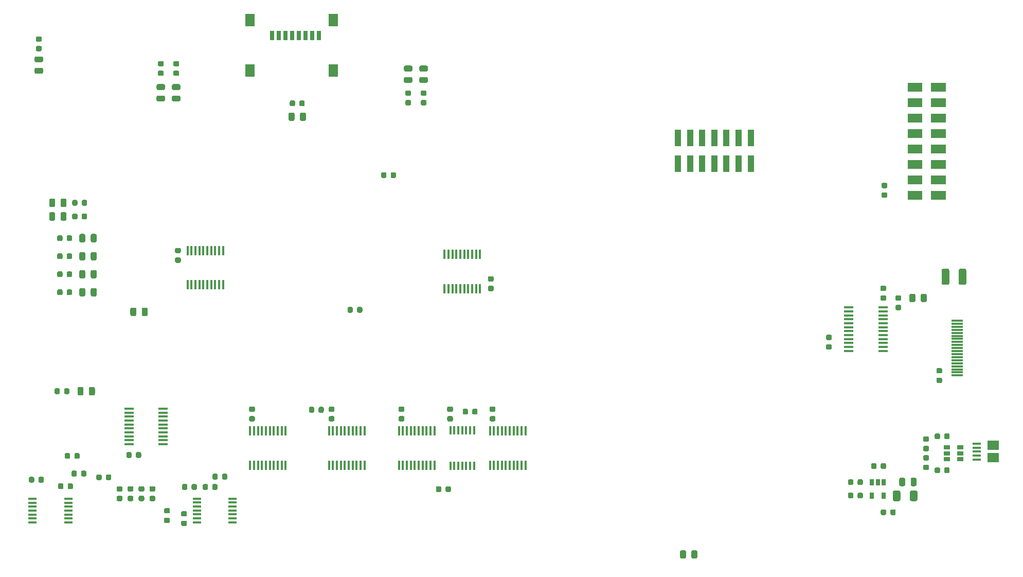
<source format=gbr>
G04 #@! TF.GenerationSoftware,KiCad,Pcbnew,5.1.9+dfsg1-1~bpo10+1*
G04 #@! TF.CreationDate,2022-11-12T11:37:05+01:00*
G04 #@! TF.ProjectId,nubus-to-ztex,6e756275-732d-4746-9f2d-7a7465782e6b,rev?*
G04 #@! TF.SameCoordinates,Original*
G04 #@! TF.FileFunction,Paste,Top*
G04 #@! TF.FilePolarity,Positive*
%FSLAX46Y46*%
G04 Gerber Fmt 4.6, Leading zero omitted, Abs format (unit mm)*
G04 Created by KiCad (PCBNEW 5.1.9+dfsg1-1~bpo10+1) date 2022-11-12 11:37:05*
%MOMM*%
%LPD*%
G01*
G04 APERTURE LIST*
%ADD10C,0.010000*%
%ADD11R,2.240000X1.420010*%
%ADD12R,2.340000X1.420010*%
%ADD13R,1.000000X2.750000*%
%ADD14R,1.550000X0.450000*%
%ADD15R,0.450000X1.550000*%
%ADD16R,0.800000X1.500000*%
%ADD17R,1.500000X2.050000*%
%ADD18R,0.450000X1.450000*%
%ADD19R,1.450000X0.450000*%
%ADD20R,1.570000X0.410000*%
%ADD21R,1.900000X1.500000*%
%ADD22R,1.350000X0.400000*%
%ADD23R,0.650000X1.060000*%
%ADD24R,1.060000X0.650000*%
%ADD25R,1.900000X0.300000*%
G04 APERTURE END LIST*
D10*
G36*
X264031000Y-18399990D02*
G01*
X264031000Y-19820010D01*
X261691000Y-19820010D01*
X261691000Y-18399990D01*
X264031000Y-18399990D01*
G37*
X264031000Y-18399990D02*
X264031000Y-19820010D01*
X261691000Y-19820010D01*
X261691000Y-18399990D01*
X264031000Y-18399990D01*
G36*
X260120000Y-18399990D02*
G01*
X260120000Y-19820010D01*
X257880000Y-19820010D01*
X257880000Y-18399990D01*
X260120000Y-18399990D01*
G37*
X260120000Y-18399990D02*
X260120000Y-19820010D01*
X257880000Y-19820010D01*
X257880000Y-18399990D01*
X260120000Y-18399990D01*
G36*
X264031000Y-20939990D02*
G01*
X264031000Y-22360010D01*
X261691000Y-22360010D01*
X261691000Y-20939990D01*
X264031000Y-20939990D01*
G37*
X264031000Y-20939990D02*
X264031000Y-22360010D01*
X261691000Y-22360010D01*
X261691000Y-20939990D01*
X264031000Y-20939990D01*
G36*
X260120000Y-20939990D02*
G01*
X260120000Y-22360010D01*
X257880000Y-22360010D01*
X257880000Y-20939990D01*
X260120000Y-20939990D01*
G37*
X260120000Y-20939990D02*
X260120000Y-22360010D01*
X257880000Y-22360010D01*
X257880000Y-20939990D01*
X260120000Y-20939990D01*
G36*
X264031000Y-23479990D02*
G01*
X264031000Y-24900010D01*
X261691000Y-24900010D01*
X261691000Y-23479990D01*
X264031000Y-23479990D01*
G37*
X264031000Y-23479990D02*
X264031000Y-24900010D01*
X261691000Y-24900010D01*
X261691000Y-23479990D01*
X264031000Y-23479990D01*
G36*
X260120000Y-23479990D02*
G01*
X260120000Y-24900010D01*
X257880000Y-24900010D01*
X257880000Y-23479990D01*
X260120000Y-23479990D01*
G37*
X260120000Y-23479990D02*
X260120000Y-24900010D01*
X257880000Y-24900010D01*
X257880000Y-23479990D01*
X260120000Y-23479990D01*
G36*
X264031000Y-26019990D02*
G01*
X264031000Y-27440006D01*
X261691000Y-27440006D01*
X261691000Y-26019990D01*
X264031000Y-26019990D01*
G37*
X264031000Y-26019990D02*
X264031000Y-27440006D01*
X261691000Y-27440006D01*
X261691000Y-26019990D01*
X264031000Y-26019990D01*
G36*
X260120000Y-26019990D02*
G01*
X260120000Y-27440006D01*
X257880000Y-27440006D01*
X257880000Y-26019990D01*
X260120000Y-26019990D01*
G37*
X260120000Y-26019990D02*
X260120000Y-27440006D01*
X257880000Y-27440006D01*
X257880000Y-26019990D01*
X260120000Y-26019990D01*
G36*
X264031000Y-28559994D02*
G01*
X264031000Y-29980010D01*
X261691000Y-29980010D01*
X261691000Y-28559994D01*
X264031000Y-28559994D01*
G37*
X264031000Y-28559994D02*
X264031000Y-29980010D01*
X261691000Y-29980010D01*
X261691000Y-28559994D01*
X264031000Y-28559994D01*
G36*
X260120000Y-28559994D02*
G01*
X260120000Y-29980010D01*
X257880000Y-29980010D01*
X257880000Y-28559994D01*
X260120000Y-28559994D01*
G37*
X260120000Y-28559994D02*
X260120000Y-29980010D01*
X257880000Y-29980010D01*
X257880000Y-28559994D01*
X260120000Y-28559994D01*
G36*
X264031000Y-31099990D02*
G01*
X264031000Y-32520010D01*
X261691000Y-32520010D01*
X261691000Y-31099990D01*
X264031000Y-31099990D01*
G37*
X264031000Y-31099990D02*
X264031000Y-32520010D01*
X261691000Y-32520010D01*
X261691000Y-31099990D01*
X264031000Y-31099990D01*
G36*
X260120000Y-31099990D02*
G01*
X260120000Y-32520010D01*
X257880000Y-32520010D01*
X257880000Y-31099990D01*
X260120000Y-31099990D01*
G37*
X260120000Y-31099990D02*
X260120000Y-32520010D01*
X257880000Y-32520010D01*
X257880000Y-31099990D01*
X260120000Y-31099990D01*
G36*
X264031000Y-33639990D02*
G01*
X264031000Y-35060010D01*
X261691000Y-35060010D01*
X261691000Y-33639990D01*
X264031000Y-33639990D01*
G37*
X264031000Y-33639990D02*
X264031000Y-35060010D01*
X261691000Y-35060010D01*
X261691000Y-33639990D01*
X264031000Y-33639990D01*
G36*
X260120000Y-33639990D02*
G01*
X260120000Y-35060010D01*
X257880000Y-35060010D01*
X257880000Y-33639990D01*
X260120000Y-33639990D01*
G37*
X260120000Y-33639990D02*
X260120000Y-35060010D01*
X257880000Y-35060010D01*
X257880000Y-33639990D01*
X260120000Y-33639990D01*
G36*
X264031000Y-36179990D02*
G01*
X264031000Y-37600010D01*
X261691000Y-37600010D01*
X261691000Y-36179990D01*
X264031000Y-36179990D01*
G37*
X264031000Y-36179990D02*
X264031000Y-37600010D01*
X261691000Y-37600010D01*
X261691000Y-36179990D01*
X264031000Y-36179990D01*
G36*
X260120000Y-36179990D02*
G01*
X260120000Y-37600010D01*
X257880000Y-37600010D01*
X257880000Y-36179990D01*
X260120000Y-36179990D01*
G37*
X260120000Y-36179990D02*
X260120000Y-37600010D01*
X257880000Y-37600010D01*
X257880000Y-36179990D01*
X260120000Y-36179990D01*
D11*
X259000000Y-36890000D03*
D12*
X262861000Y-36890000D03*
D11*
X259000000Y-34350000D03*
D12*
X262861000Y-34350000D03*
D11*
X259000000Y-31810000D03*
D12*
X262861000Y-31810000D03*
D11*
X259000000Y-29270000D03*
D12*
X262861000Y-29270000D03*
D11*
X259000000Y-26730000D03*
D12*
X262861000Y-26730000D03*
D11*
X259000000Y-24190000D03*
D12*
X262861000Y-24190000D03*
D11*
X259000000Y-21650000D03*
D12*
X262861000Y-21650000D03*
D11*
X259000000Y-19110000D03*
D12*
X262861000Y-19110000D03*
D13*
X220000000Y-31720000D03*
X220000000Y-27460000D03*
X222000000Y-31720000D03*
X222000000Y-27460000D03*
X224000000Y-31720000D03*
X224000000Y-27460000D03*
X226000000Y-31720000D03*
X226000000Y-27460000D03*
X228000000Y-31720000D03*
X228000000Y-27460000D03*
X230000000Y-31720000D03*
X230000000Y-27460000D03*
X232000000Y-31720000D03*
X232000000Y-27460000D03*
G36*
G01*
X129215000Y-79896250D02*
X129215000Y-79383750D01*
G75*
G02*
X129433750Y-79165000I218750J0D01*
G01*
X129871250Y-79165000D01*
G75*
G02*
X130090000Y-79383750I0J-218750D01*
G01*
X130090000Y-79896250D01*
G75*
G02*
X129871250Y-80115000I-218750J0D01*
G01*
X129433750Y-80115000D01*
G75*
G02*
X129215000Y-79896250I0J218750D01*
G01*
G37*
G36*
G01*
X130790000Y-79896250D02*
X130790000Y-79383750D01*
G75*
G02*
X131008750Y-79165000I218750J0D01*
G01*
X131446250Y-79165000D01*
G75*
G02*
X131665000Y-79383750I0J-218750D01*
G01*
X131665000Y-79896250D01*
G75*
G02*
X131446250Y-80115000I-218750J0D01*
G01*
X131008750Y-80115000D01*
G75*
G02*
X130790000Y-79896250I0J218750D01*
G01*
G37*
D14*
X135250000Y-77865000D03*
X135250000Y-77215000D03*
X135250000Y-76565000D03*
X135250000Y-75915000D03*
X135250000Y-75265000D03*
X135250000Y-74615000D03*
X135250000Y-73965000D03*
X135250000Y-73315000D03*
X135250000Y-72665000D03*
X135250000Y-72015000D03*
X129650000Y-72015000D03*
X129650000Y-72665000D03*
X129650000Y-73315000D03*
X129650000Y-73965000D03*
X129650000Y-74615000D03*
X129650000Y-75265000D03*
X129650000Y-75915000D03*
X129650000Y-76565000D03*
X129650000Y-77215000D03*
X129650000Y-77865000D03*
G36*
G01*
X189467621Y-52687953D02*
X188955121Y-52687953D01*
G75*
G02*
X188736371Y-52469203I0J218750D01*
G01*
X188736371Y-52031703D01*
G75*
G02*
X188955121Y-51812953I218750J0D01*
G01*
X189467621Y-51812953D01*
G75*
G02*
X189686371Y-52031703I0J-218750D01*
G01*
X189686371Y-52469203D01*
G75*
G02*
X189467621Y-52687953I-218750J0D01*
G01*
G37*
G36*
G01*
X189467621Y-51112953D02*
X188955121Y-51112953D01*
G75*
G02*
X188736371Y-50894203I0J218750D01*
G01*
X188736371Y-50456703D01*
G75*
G02*
X188955121Y-50237953I218750J0D01*
G01*
X189467621Y-50237953D01*
G75*
G02*
X189686371Y-50456703I0J-218750D01*
G01*
X189686371Y-50894203D01*
G75*
G02*
X189467621Y-51112953I-218750J0D01*
G01*
G37*
D15*
X187436371Y-46662953D03*
X186786371Y-46662953D03*
X186136371Y-46662953D03*
X185486371Y-46662953D03*
X184836371Y-46662953D03*
X184186371Y-46662953D03*
X183536371Y-46662953D03*
X182886371Y-46662953D03*
X182236371Y-46662953D03*
X181586371Y-46662953D03*
X181586371Y-52262953D03*
X182236371Y-52262953D03*
X182886371Y-52262953D03*
X183536371Y-52262953D03*
X184186371Y-52262953D03*
X184836371Y-52262953D03*
X185486371Y-52262953D03*
X186136371Y-52262953D03*
X186786371Y-52262953D03*
X187436371Y-52262953D03*
G36*
G01*
X254256250Y-37327500D02*
X253743750Y-37327500D01*
G75*
G02*
X253525000Y-37108750I0J218750D01*
G01*
X253525000Y-36671250D01*
G75*
G02*
X253743750Y-36452500I218750J0D01*
G01*
X254256250Y-36452500D01*
G75*
G02*
X254475000Y-36671250I0J-218750D01*
G01*
X254475000Y-37108750D01*
G75*
G02*
X254256250Y-37327500I-218750J0D01*
G01*
G37*
G36*
G01*
X254256250Y-35752500D02*
X253743750Y-35752500D01*
G75*
G02*
X253525000Y-35533750I0J218750D01*
G01*
X253525000Y-35096250D01*
G75*
G02*
X253743750Y-34877500I218750J0D01*
G01*
X254256250Y-34877500D01*
G75*
G02*
X254475000Y-35096250I0J-218750D01*
G01*
X254475000Y-35533750D01*
G75*
G02*
X254256250Y-35752500I-218750J0D01*
G01*
G37*
G36*
G01*
X137866250Y-21485293D02*
X136953750Y-21485293D01*
G75*
G02*
X136710000Y-21241543I0J243750D01*
G01*
X136710000Y-20754043D01*
G75*
G02*
X136953750Y-20510293I243750J0D01*
G01*
X137866250Y-20510293D01*
G75*
G02*
X138110000Y-20754043I0J-243750D01*
G01*
X138110000Y-21241543D01*
G75*
G02*
X137866250Y-21485293I-243750J0D01*
G01*
G37*
G36*
G01*
X137866250Y-19610293D02*
X136953750Y-19610293D01*
G75*
G02*
X136710000Y-19366543I0J243750D01*
G01*
X136710000Y-18879043D01*
G75*
G02*
X136953750Y-18635293I243750J0D01*
G01*
X137866250Y-18635293D01*
G75*
G02*
X138110000Y-18879043I0J-243750D01*
G01*
X138110000Y-19366543D01*
G75*
G02*
X137866250Y-19610293I-243750J0D01*
G01*
G37*
G36*
G01*
X135336250Y-19610293D02*
X134423750Y-19610293D01*
G75*
G02*
X134180000Y-19366543I0J243750D01*
G01*
X134180000Y-18879043D01*
G75*
G02*
X134423750Y-18635293I243750J0D01*
G01*
X135336250Y-18635293D01*
G75*
G02*
X135580000Y-18879043I0J-243750D01*
G01*
X135580000Y-19366543D01*
G75*
G02*
X135336250Y-19610293I-243750J0D01*
G01*
G37*
G36*
G01*
X135336250Y-21485293D02*
X134423750Y-21485293D01*
G75*
G02*
X134180000Y-21241543I0J243750D01*
G01*
X134180000Y-20754043D01*
G75*
G02*
X134423750Y-20510293I243750J0D01*
G01*
X135336250Y-20510293D01*
G75*
G02*
X135580000Y-20754043I0J-243750D01*
G01*
X135580000Y-21241543D01*
G75*
G02*
X135336250Y-21485293I-243750J0D01*
G01*
G37*
G36*
G01*
X124035000Y-68693750D02*
X124035000Y-69606250D01*
G75*
G02*
X123791250Y-69850000I-243750J0D01*
G01*
X123303750Y-69850000D01*
G75*
G02*
X123060000Y-69606250I0J243750D01*
G01*
X123060000Y-68693750D01*
G75*
G02*
X123303750Y-68450000I243750J0D01*
G01*
X123791250Y-68450000D01*
G75*
G02*
X124035000Y-68693750I0J-243750D01*
G01*
G37*
G36*
G01*
X122160000Y-68693750D02*
X122160000Y-69606250D01*
G75*
G02*
X121916250Y-69850000I-243750J0D01*
G01*
X121428750Y-69850000D01*
G75*
G02*
X121185000Y-69606250I0J243750D01*
G01*
X121185000Y-68693750D01*
G75*
G02*
X121428750Y-68450000I243750J0D01*
G01*
X121916250Y-68450000D01*
G75*
G02*
X122160000Y-68693750I0J-243750D01*
G01*
G37*
G36*
G01*
X177687939Y-17461035D02*
X178600439Y-17461035D01*
G75*
G02*
X178844189Y-17704785I0J-243750D01*
G01*
X178844189Y-18192285D01*
G75*
G02*
X178600439Y-18436035I-243750J0D01*
G01*
X177687939Y-18436035D01*
G75*
G02*
X177444189Y-18192285I0J243750D01*
G01*
X177444189Y-17704785D01*
G75*
G02*
X177687939Y-17461035I243750J0D01*
G01*
G37*
G36*
G01*
X177687939Y-15586035D02*
X178600439Y-15586035D01*
G75*
G02*
X178844189Y-15829785I0J-243750D01*
G01*
X178844189Y-16317285D01*
G75*
G02*
X178600439Y-16561035I-243750J0D01*
G01*
X177687939Y-16561035D01*
G75*
G02*
X177444189Y-16317285I0J243750D01*
G01*
X177444189Y-15829785D01*
G75*
G02*
X177687939Y-15586035I243750J0D01*
G01*
G37*
G36*
G01*
X175147939Y-15586035D02*
X176060439Y-15586035D01*
G75*
G02*
X176304189Y-15829785I0J-243750D01*
G01*
X176304189Y-16317285D01*
G75*
G02*
X176060439Y-16561035I-243750J0D01*
G01*
X175147939Y-16561035D01*
G75*
G02*
X174904189Y-16317285I0J243750D01*
G01*
X174904189Y-15829785D01*
G75*
G02*
X175147939Y-15586035I243750J0D01*
G01*
G37*
G36*
G01*
X175147939Y-17461035D02*
X176060439Y-17461035D01*
G75*
G02*
X176304189Y-17704785I0J-243750D01*
G01*
X176304189Y-18192285D01*
G75*
G02*
X176060439Y-18436035I-243750J0D01*
G01*
X175147939Y-18436035D01*
G75*
G02*
X174904189Y-18192285I0J243750D01*
G01*
X174904189Y-17704785D01*
G75*
G02*
X175147939Y-17461035I243750J0D01*
G01*
G37*
G36*
G01*
X134623750Y-14835293D02*
X135136250Y-14835293D01*
G75*
G02*
X135355000Y-15054043I0J-218750D01*
G01*
X135355000Y-15491543D01*
G75*
G02*
X135136250Y-15710293I-218750J0D01*
G01*
X134623750Y-15710293D01*
G75*
G02*
X134405000Y-15491543I0J218750D01*
G01*
X134405000Y-15054043D01*
G75*
G02*
X134623750Y-14835293I218750J0D01*
G01*
G37*
G36*
G01*
X134623750Y-16410293D02*
X135136250Y-16410293D01*
G75*
G02*
X135355000Y-16629043I0J-218750D01*
G01*
X135355000Y-17066543D01*
G75*
G02*
X135136250Y-17285293I-218750J0D01*
G01*
X134623750Y-17285293D01*
G75*
G02*
X134405000Y-17066543I0J218750D01*
G01*
X134405000Y-16629043D01*
G75*
G02*
X134623750Y-16410293I218750J0D01*
G01*
G37*
G36*
G01*
X137163750Y-16410293D02*
X137676250Y-16410293D01*
G75*
G02*
X137895000Y-16629043I0J-218750D01*
G01*
X137895000Y-17066543D01*
G75*
G02*
X137676250Y-17285293I-218750J0D01*
G01*
X137163750Y-17285293D01*
G75*
G02*
X136945000Y-17066543I0J218750D01*
G01*
X136945000Y-16629043D01*
G75*
G02*
X137163750Y-16410293I218750J0D01*
G01*
G37*
G36*
G01*
X137163750Y-14835293D02*
X137676250Y-14835293D01*
G75*
G02*
X137895000Y-15054043I0J-218750D01*
G01*
X137895000Y-15491543D01*
G75*
G02*
X137676250Y-15710293I-218750J0D01*
G01*
X137163750Y-15710293D01*
G75*
G02*
X136945000Y-15491543I0J218750D01*
G01*
X136945000Y-15054043D01*
G75*
G02*
X137163750Y-14835293I218750J0D01*
G01*
G37*
G36*
G01*
X117385000Y-69406250D02*
X117385000Y-68893750D01*
G75*
G02*
X117603750Y-68675000I218750J0D01*
G01*
X118041250Y-68675000D01*
G75*
G02*
X118260000Y-68893750I0J-218750D01*
G01*
X118260000Y-69406250D01*
G75*
G02*
X118041250Y-69625000I-218750J0D01*
G01*
X117603750Y-69625000D01*
G75*
G02*
X117385000Y-69406250I0J218750D01*
G01*
G37*
G36*
G01*
X118960000Y-69406250D02*
X118960000Y-68893750D01*
G75*
G02*
X119178750Y-68675000I218750J0D01*
G01*
X119616250Y-68675000D01*
G75*
G02*
X119835000Y-68893750I0J-218750D01*
G01*
X119835000Y-69406250D01*
G75*
G02*
X119616250Y-69625000I-218750J0D01*
G01*
X119178750Y-69625000D01*
G75*
G02*
X118960000Y-69406250I0J218750D01*
G01*
G37*
G36*
G01*
X178400439Y-20541035D02*
X177887939Y-20541035D01*
G75*
G02*
X177669189Y-20322285I0J218750D01*
G01*
X177669189Y-19884785D01*
G75*
G02*
X177887939Y-19666035I218750J0D01*
G01*
X178400439Y-19666035D01*
G75*
G02*
X178619189Y-19884785I0J-218750D01*
G01*
X178619189Y-20322285D01*
G75*
G02*
X178400439Y-20541035I-218750J0D01*
G01*
G37*
G36*
G01*
X178400439Y-22116035D02*
X177887939Y-22116035D01*
G75*
G02*
X177669189Y-21897285I0J218750D01*
G01*
X177669189Y-21459785D01*
G75*
G02*
X177887939Y-21241035I218750J0D01*
G01*
X178400439Y-21241035D01*
G75*
G02*
X178619189Y-21459785I0J-218750D01*
G01*
X178619189Y-21897285D01*
G75*
G02*
X178400439Y-22116035I-218750J0D01*
G01*
G37*
G36*
G01*
X175860439Y-22116035D02*
X175347939Y-22116035D01*
G75*
G02*
X175129189Y-21897285I0J218750D01*
G01*
X175129189Y-21459785D01*
G75*
G02*
X175347939Y-21241035I218750J0D01*
G01*
X175860439Y-21241035D01*
G75*
G02*
X176079189Y-21459785I0J-218750D01*
G01*
X176079189Y-21897285D01*
G75*
G02*
X175860439Y-22116035I-218750J0D01*
G01*
G37*
G36*
G01*
X175860439Y-20541035D02*
X175347939Y-20541035D01*
G75*
G02*
X175129189Y-20322285I0J218750D01*
G01*
X175129189Y-19884785D01*
G75*
G02*
X175347939Y-19666035I218750J0D01*
G01*
X175860439Y-19666035D01*
G75*
G02*
X176079189Y-19884785I0J-218750D01*
G01*
X176079189Y-20322285D01*
G75*
G02*
X175860439Y-20541035I-218750J0D01*
G01*
G37*
X139275000Y-51600000D03*
X139925000Y-51600000D03*
X140575000Y-51600000D03*
X141225000Y-51600000D03*
X141875000Y-51600000D03*
X142525000Y-51600000D03*
X143175000Y-51600000D03*
X143825000Y-51600000D03*
X144475000Y-51600000D03*
X145125000Y-51600000D03*
X145125000Y-46000000D03*
X144475000Y-46000000D03*
X143825000Y-46000000D03*
X143175000Y-46000000D03*
X142525000Y-46000000D03*
X141875000Y-46000000D03*
X141225000Y-46000000D03*
X140575000Y-46000000D03*
X139925000Y-46000000D03*
X139275000Y-46000000D03*
G36*
G01*
X156115000Y-22056250D02*
X156115000Y-21543750D01*
G75*
G02*
X156333750Y-21325000I218750J0D01*
G01*
X156771250Y-21325000D01*
G75*
G02*
X156990000Y-21543750I0J-218750D01*
G01*
X156990000Y-22056250D01*
G75*
G02*
X156771250Y-22275000I-218750J0D01*
G01*
X156333750Y-22275000D01*
G75*
G02*
X156115000Y-22056250I0J218750D01*
G01*
G37*
G36*
G01*
X157690000Y-22056250D02*
X157690000Y-21543750D01*
G75*
G02*
X157908750Y-21325000I218750J0D01*
G01*
X158346250Y-21325000D01*
G75*
G02*
X158565000Y-21543750I0J-218750D01*
G01*
X158565000Y-22056250D01*
G75*
G02*
X158346250Y-22275000I-218750J0D01*
G01*
X157908750Y-22275000D01*
G75*
G02*
X157690000Y-22056250I0J218750D01*
G01*
G37*
G36*
G01*
X155915000Y-24456250D02*
X155915000Y-23543750D01*
G75*
G02*
X156158750Y-23300000I243750J0D01*
G01*
X156646250Y-23300000D01*
G75*
G02*
X156890000Y-23543750I0J-243750D01*
G01*
X156890000Y-24456250D01*
G75*
G02*
X156646250Y-24700000I-243750J0D01*
G01*
X156158750Y-24700000D01*
G75*
G02*
X155915000Y-24456250I0J243750D01*
G01*
G37*
G36*
G01*
X157790000Y-24456250D02*
X157790000Y-23543750D01*
G75*
G02*
X158033750Y-23300000I243750J0D01*
G01*
X158521250Y-23300000D01*
G75*
G02*
X158765000Y-23543750I0J-243750D01*
G01*
X158765000Y-24456250D01*
G75*
G02*
X158521250Y-24700000I-243750J0D01*
G01*
X158033750Y-24700000D01*
G75*
G02*
X157790000Y-24456250I0J243750D01*
G01*
G37*
D16*
X153230000Y-10680000D03*
X154330000Y-10680000D03*
X155430000Y-10680000D03*
X156530000Y-10680000D03*
X157630000Y-10680000D03*
X158730000Y-10680000D03*
X159830000Y-10680000D03*
X160930000Y-10680000D03*
D17*
X149555000Y-8080000D03*
X149555000Y-16380000D03*
X163305000Y-16380000D03*
X163305000Y-8080000D03*
G36*
G01*
X137443750Y-45575000D02*
X137956250Y-45575000D01*
G75*
G02*
X138175000Y-45793750I0J-218750D01*
G01*
X138175000Y-46231250D01*
G75*
G02*
X137956250Y-46450000I-218750J0D01*
G01*
X137443750Y-46450000D01*
G75*
G02*
X137225000Y-46231250I0J218750D01*
G01*
X137225000Y-45793750D01*
G75*
G02*
X137443750Y-45575000I218750J0D01*
G01*
G37*
G36*
G01*
X137443750Y-47150000D02*
X137956250Y-47150000D01*
G75*
G02*
X138175000Y-47368750I0J-218750D01*
G01*
X138175000Y-47806250D01*
G75*
G02*
X137956250Y-48025000I-218750J0D01*
G01*
X137443750Y-48025000D01*
G75*
G02*
X137225000Y-47806250I0J218750D01*
G01*
X137225000Y-47368750D01*
G75*
G02*
X137443750Y-47150000I218750J0D01*
G01*
G37*
G36*
G01*
X114050000Y-83443750D02*
X114050000Y-83956250D01*
G75*
G02*
X113831250Y-84175000I-218750J0D01*
G01*
X113393750Y-84175000D01*
G75*
G02*
X113175000Y-83956250I0J218750D01*
G01*
X113175000Y-83443750D01*
G75*
G02*
X113393750Y-83225000I218750J0D01*
G01*
X113831250Y-83225000D01*
G75*
G02*
X114050000Y-83443750I0J-218750D01*
G01*
G37*
G36*
G01*
X115625000Y-83443750D02*
X115625000Y-83956250D01*
G75*
G02*
X115406250Y-84175000I-218750J0D01*
G01*
X114968750Y-84175000D01*
G75*
G02*
X114750000Y-83956250I0J218750D01*
G01*
X114750000Y-83443750D01*
G75*
G02*
X114968750Y-83225000I218750J0D01*
G01*
X115406250Y-83225000D01*
G75*
G02*
X115625000Y-83443750I0J-218750D01*
G01*
G37*
G36*
G01*
X119075000Y-80056250D02*
X119075000Y-79543750D01*
G75*
G02*
X119293750Y-79325000I218750J0D01*
G01*
X119731250Y-79325000D01*
G75*
G02*
X119950000Y-79543750I0J-218750D01*
G01*
X119950000Y-80056250D01*
G75*
G02*
X119731250Y-80275000I-218750J0D01*
G01*
X119293750Y-80275000D01*
G75*
G02*
X119075000Y-80056250I0J218750D01*
G01*
G37*
G36*
G01*
X120650000Y-80056250D02*
X120650000Y-79543750D01*
G75*
G02*
X120868750Y-79325000I218750J0D01*
G01*
X121306250Y-79325000D01*
G75*
G02*
X121525000Y-79543750I0J-218750D01*
G01*
X121525000Y-80056250D01*
G75*
G02*
X121306250Y-80275000I-218750J0D01*
G01*
X120868750Y-80275000D01*
G75*
G02*
X120650000Y-80056250I0J218750D01*
G01*
G37*
G36*
G01*
X125150000Y-83043750D02*
X125150000Y-83556250D01*
G75*
G02*
X124931250Y-83775000I-218750J0D01*
G01*
X124493750Y-83775000D01*
G75*
G02*
X124275000Y-83556250I0J218750D01*
G01*
X124275000Y-83043750D01*
G75*
G02*
X124493750Y-82825000I218750J0D01*
G01*
X124931250Y-82825000D01*
G75*
G02*
X125150000Y-83043750I0J-218750D01*
G01*
G37*
G36*
G01*
X126725000Y-83043750D02*
X126725000Y-83556250D01*
G75*
G02*
X126506250Y-83775000I-218750J0D01*
G01*
X126068750Y-83775000D01*
G75*
G02*
X125850000Y-83556250I0J218750D01*
G01*
X125850000Y-83043750D01*
G75*
G02*
X126068750Y-82825000I218750J0D01*
G01*
X126506250Y-82825000D01*
G75*
G02*
X126725000Y-83043750I0J-218750D01*
G01*
G37*
G36*
G01*
X120175000Y-82956250D02*
X120175000Y-82443750D01*
G75*
G02*
X120393750Y-82225000I218750J0D01*
G01*
X120831250Y-82225000D01*
G75*
G02*
X121050000Y-82443750I0J-218750D01*
G01*
X121050000Y-82956250D01*
G75*
G02*
X120831250Y-83175000I-218750J0D01*
G01*
X120393750Y-83175000D01*
G75*
G02*
X120175000Y-82956250I0J218750D01*
G01*
G37*
G36*
G01*
X121750000Y-82956250D02*
X121750000Y-82443750D01*
G75*
G02*
X121968750Y-82225000I218750J0D01*
G01*
X122406250Y-82225000D01*
G75*
G02*
X122625000Y-82443750I0J-218750D01*
G01*
X122625000Y-82956250D01*
G75*
G02*
X122406250Y-83175000I-218750J0D01*
G01*
X121968750Y-83175000D01*
G75*
G02*
X121750000Y-82956250I0J218750D01*
G01*
G37*
G36*
G01*
X181762661Y-85511747D02*
X181762661Y-84999247D01*
G75*
G02*
X181981411Y-84780497I218750J0D01*
G01*
X182418911Y-84780497D01*
G75*
G02*
X182637661Y-84999247I0J-218750D01*
G01*
X182637661Y-85511747D01*
G75*
G02*
X182418911Y-85730497I-218750J0D01*
G01*
X181981411Y-85730497D01*
G75*
G02*
X181762661Y-85511747I0J218750D01*
G01*
G37*
G36*
G01*
X180187661Y-85511747D02*
X180187661Y-84999247D01*
G75*
G02*
X180406411Y-84780497I218750J0D01*
G01*
X180843911Y-84780497D01*
G75*
G02*
X181062661Y-84999247I0J-218750D01*
G01*
X181062661Y-85511747D01*
G75*
G02*
X180843911Y-85730497I-218750J0D01*
G01*
X180406411Y-85730497D01*
G75*
G02*
X180187661Y-85511747I0J218750D01*
G01*
G37*
G36*
G01*
X187025000Y-72243750D02*
X187025000Y-72756250D01*
G75*
G02*
X186806250Y-72975000I-218750J0D01*
G01*
X186368750Y-72975000D01*
G75*
G02*
X186150000Y-72756250I0J218750D01*
G01*
X186150000Y-72243750D01*
G75*
G02*
X186368750Y-72025000I218750J0D01*
G01*
X186806250Y-72025000D01*
G75*
G02*
X187025000Y-72243750I0J-218750D01*
G01*
G37*
G36*
G01*
X185450000Y-72243750D02*
X185450000Y-72756250D01*
G75*
G02*
X185231250Y-72975000I-218750J0D01*
G01*
X184793750Y-72975000D01*
G75*
G02*
X184575000Y-72756250I0J218750D01*
G01*
X184575000Y-72243750D01*
G75*
G02*
X184793750Y-72025000I218750J0D01*
G01*
X185231250Y-72025000D01*
G75*
G02*
X185450000Y-72243750I0J-218750D01*
G01*
G37*
G36*
G01*
X142650000Y-84643750D02*
X142650000Y-85156250D01*
G75*
G02*
X142431250Y-85375000I-218750J0D01*
G01*
X141993750Y-85375000D01*
G75*
G02*
X141775000Y-85156250I0J218750D01*
G01*
X141775000Y-84643750D01*
G75*
G02*
X141993750Y-84425000I218750J0D01*
G01*
X142431250Y-84425000D01*
G75*
G02*
X142650000Y-84643750I0J-218750D01*
G01*
G37*
G36*
G01*
X144225000Y-84643750D02*
X144225000Y-85156250D01*
G75*
G02*
X144006250Y-85375000I-218750J0D01*
G01*
X143568750Y-85375000D01*
G75*
G02*
X143350000Y-85156250I0J218750D01*
G01*
X143350000Y-84643750D01*
G75*
G02*
X143568750Y-84425000I218750J0D01*
G01*
X144006250Y-84425000D01*
G75*
G02*
X144225000Y-84643750I0J-218750D01*
G01*
G37*
G36*
G01*
X143375000Y-83456250D02*
X143375000Y-82943750D01*
G75*
G02*
X143593750Y-82725000I218750J0D01*
G01*
X144031250Y-82725000D01*
G75*
G02*
X144250000Y-82943750I0J-218750D01*
G01*
X144250000Y-83456250D01*
G75*
G02*
X144031250Y-83675000I-218750J0D01*
G01*
X143593750Y-83675000D01*
G75*
G02*
X143375000Y-83456250I0J218750D01*
G01*
G37*
G36*
G01*
X144950000Y-83456250D02*
X144950000Y-82943750D01*
G75*
G02*
X145168750Y-82725000I218750J0D01*
G01*
X145606250Y-82725000D01*
G75*
G02*
X145825000Y-82943750I0J-218750D01*
G01*
X145825000Y-83456250D01*
G75*
G02*
X145606250Y-83675000I-218750J0D01*
G01*
X145168750Y-83675000D01*
G75*
G02*
X144950000Y-83456250I0J218750D01*
G01*
G37*
G36*
G01*
X136156250Y-89250000D02*
X135643750Y-89250000D01*
G75*
G02*
X135425000Y-89031250I0J218750D01*
G01*
X135425000Y-88593750D01*
G75*
G02*
X135643750Y-88375000I218750J0D01*
G01*
X136156250Y-88375000D01*
G75*
G02*
X136375000Y-88593750I0J-218750D01*
G01*
X136375000Y-89031250D01*
G75*
G02*
X136156250Y-89250000I-218750J0D01*
G01*
G37*
G36*
G01*
X136156250Y-90825000D02*
X135643750Y-90825000D01*
G75*
G02*
X135425000Y-90606250I0J218750D01*
G01*
X135425000Y-90168750D01*
G75*
G02*
X135643750Y-89950000I218750J0D01*
G01*
X136156250Y-89950000D01*
G75*
G02*
X136375000Y-90168750I0J-218750D01*
G01*
X136375000Y-90606250D01*
G75*
G02*
X136156250Y-90825000I-218750J0D01*
G01*
G37*
G36*
G01*
X140825000Y-84643750D02*
X140825000Y-85156250D01*
G75*
G02*
X140606250Y-85375000I-218750J0D01*
G01*
X140168750Y-85375000D01*
G75*
G02*
X139950000Y-85156250I0J218750D01*
G01*
X139950000Y-84643750D01*
G75*
G02*
X140168750Y-84425000I218750J0D01*
G01*
X140606250Y-84425000D01*
G75*
G02*
X140825000Y-84643750I0J-218750D01*
G01*
G37*
G36*
G01*
X139250000Y-84643750D02*
X139250000Y-85156250D01*
G75*
G02*
X139031250Y-85375000I-218750J0D01*
G01*
X138593750Y-85375000D01*
G75*
G02*
X138375000Y-85156250I0J218750D01*
G01*
X138375000Y-84643750D01*
G75*
G02*
X138593750Y-84425000I218750J0D01*
G01*
X139031250Y-84425000D01*
G75*
G02*
X139250000Y-84643750I0J-218750D01*
G01*
G37*
G36*
G01*
X129875000Y-56556250D02*
X129875000Y-55643750D01*
G75*
G02*
X130118750Y-55400000I243750J0D01*
G01*
X130606250Y-55400000D01*
G75*
G02*
X130850000Y-55643750I0J-243750D01*
G01*
X130850000Y-56556250D01*
G75*
G02*
X130606250Y-56800000I-243750J0D01*
G01*
X130118750Y-56800000D01*
G75*
G02*
X129875000Y-56556250I0J243750D01*
G01*
G37*
G36*
G01*
X131750000Y-56556250D02*
X131750000Y-55643750D01*
G75*
G02*
X131993750Y-55400000I243750J0D01*
G01*
X132481250Y-55400000D01*
G75*
G02*
X132725000Y-55643750I0J-243750D01*
G01*
X132725000Y-56556250D01*
G75*
G02*
X132481250Y-56800000I-243750J0D01*
G01*
X131993750Y-56800000D01*
G75*
G02*
X131750000Y-56556250I0J243750D01*
G01*
G37*
G36*
G01*
X115256250Y-16925000D02*
X114343750Y-16925000D01*
G75*
G02*
X114100000Y-16681250I0J243750D01*
G01*
X114100000Y-16193750D01*
G75*
G02*
X114343750Y-15950000I243750J0D01*
G01*
X115256250Y-15950000D01*
G75*
G02*
X115500000Y-16193750I0J-243750D01*
G01*
X115500000Y-16681250D01*
G75*
G02*
X115256250Y-16925000I-243750J0D01*
G01*
G37*
G36*
G01*
X115256250Y-15050000D02*
X114343750Y-15050000D01*
G75*
G02*
X114100000Y-14806250I0J243750D01*
G01*
X114100000Y-14318750D01*
G75*
G02*
X114343750Y-14075000I243750J0D01*
G01*
X115256250Y-14075000D01*
G75*
G02*
X115500000Y-14318750I0J-243750D01*
G01*
X115500000Y-14806250D01*
G75*
G02*
X115256250Y-15050000I-243750J0D01*
G01*
G37*
G36*
G01*
X114543750Y-10775000D02*
X115056250Y-10775000D01*
G75*
G02*
X115275000Y-10993750I0J-218750D01*
G01*
X115275000Y-11431250D01*
G75*
G02*
X115056250Y-11650000I-218750J0D01*
G01*
X114543750Y-11650000D01*
G75*
G02*
X114325000Y-11431250I0J218750D01*
G01*
X114325000Y-10993750D01*
G75*
G02*
X114543750Y-10775000I218750J0D01*
G01*
G37*
G36*
G01*
X114543750Y-12350000D02*
X115056250Y-12350000D01*
G75*
G02*
X115275000Y-12568750I0J-218750D01*
G01*
X115275000Y-13006250D01*
G75*
G02*
X115056250Y-13225000I-218750J0D01*
G01*
X114543750Y-13225000D01*
G75*
G02*
X114325000Y-13006250I0J218750D01*
G01*
X114325000Y-12568750D01*
G75*
G02*
X114543750Y-12350000I218750J0D01*
G01*
G37*
G36*
G01*
X182756250Y-74125000D02*
X182243750Y-74125000D01*
G75*
G02*
X182025000Y-73906250I0J218750D01*
G01*
X182025000Y-73468750D01*
G75*
G02*
X182243750Y-73250000I218750J0D01*
G01*
X182756250Y-73250000D01*
G75*
G02*
X182975000Y-73468750I0J-218750D01*
G01*
X182975000Y-73906250D01*
G75*
G02*
X182756250Y-74125000I-218750J0D01*
G01*
G37*
G36*
G01*
X182756250Y-72550000D02*
X182243750Y-72550000D01*
G75*
G02*
X182025000Y-72331250I0J218750D01*
G01*
X182025000Y-71893750D01*
G75*
G02*
X182243750Y-71675000I218750J0D01*
G01*
X182756250Y-71675000D01*
G75*
G02*
X182975000Y-71893750I0J-218750D01*
G01*
X182975000Y-72331250D01*
G75*
G02*
X182756250Y-72550000I-218750J0D01*
G01*
G37*
D18*
X182550000Y-81450000D03*
X183200000Y-81450000D03*
X183850000Y-81450000D03*
X184500000Y-81450000D03*
X185150000Y-81450000D03*
X185800000Y-81450000D03*
X186450000Y-81450000D03*
X186450000Y-75550000D03*
X185800000Y-75550000D03*
X185150000Y-75550000D03*
X184500000Y-75550000D03*
X183850000Y-75550000D03*
X183200000Y-75550000D03*
X182550000Y-75550000D03*
D15*
X162575000Y-81300000D03*
X163225000Y-81300000D03*
X163875000Y-81300000D03*
X164525000Y-81300000D03*
X165175000Y-81300000D03*
X165825000Y-81300000D03*
X166475000Y-81300000D03*
X167125000Y-81300000D03*
X167775000Y-81300000D03*
X168425000Y-81300000D03*
X168425000Y-75700000D03*
X167775000Y-75700000D03*
X167125000Y-75700000D03*
X166475000Y-75700000D03*
X165825000Y-75700000D03*
X165175000Y-75700000D03*
X164525000Y-75700000D03*
X163875000Y-75700000D03*
X163225000Y-75700000D03*
X162575000Y-75700000D03*
X189075000Y-75700000D03*
X189725000Y-75700000D03*
X190375000Y-75700000D03*
X191025000Y-75700000D03*
X191675000Y-75700000D03*
X192325000Y-75700000D03*
X192975000Y-75700000D03*
X193625000Y-75700000D03*
X194275000Y-75700000D03*
X194925000Y-75700000D03*
X194925000Y-81300000D03*
X194275000Y-81300000D03*
X193625000Y-81300000D03*
X192975000Y-81300000D03*
X192325000Y-81300000D03*
X191675000Y-81300000D03*
X191025000Y-81300000D03*
X190375000Y-81300000D03*
X189725000Y-81300000D03*
X189075000Y-81300000D03*
X174075000Y-81300000D03*
X174725000Y-81300000D03*
X175375000Y-81300000D03*
X176025000Y-81300000D03*
X176675000Y-81300000D03*
X177325000Y-81300000D03*
X177975000Y-81300000D03*
X178625000Y-81300000D03*
X179275000Y-81300000D03*
X179925000Y-81300000D03*
X179925000Y-75700000D03*
X179275000Y-75700000D03*
X178625000Y-75700000D03*
X177975000Y-75700000D03*
X177325000Y-75700000D03*
X176675000Y-75700000D03*
X176025000Y-75700000D03*
X175375000Y-75700000D03*
X174725000Y-75700000D03*
X174075000Y-75700000D03*
X149575000Y-81300000D03*
X150225000Y-81300000D03*
X150875000Y-81300000D03*
X151525000Y-81300000D03*
X152175000Y-81300000D03*
X152825000Y-81300000D03*
X153475000Y-81300000D03*
X154125000Y-81300000D03*
X154775000Y-81300000D03*
X155425000Y-81300000D03*
X155425000Y-75700000D03*
X154775000Y-75700000D03*
X154125000Y-75700000D03*
X153475000Y-75700000D03*
X152825000Y-75700000D03*
X152175000Y-75700000D03*
X151525000Y-75700000D03*
X150875000Y-75700000D03*
X150225000Y-75700000D03*
X149575000Y-75700000D03*
G36*
G01*
X120425000Y-84523750D02*
X120425000Y-85036250D01*
G75*
G02*
X120206250Y-85255000I-218750J0D01*
G01*
X119768750Y-85255000D01*
G75*
G02*
X119550000Y-85036250I0J218750D01*
G01*
X119550000Y-84523750D01*
G75*
G02*
X119768750Y-84305000I218750J0D01*
G01*
X120206250Y-84305000D01*
G75*
G02*
X120425000Y-84523750I0J-218750D01*
G01*
G37*
G36*
G01*
X118850000Y-84523750D02*
X118850000Y-85036250D01*
G75*
G02*
X118631250Y-85255000I-218750J0D01*
G01*
X118193750Y-85255000D01*
G75*
G02*
X117975000Y-85036250I0J218750D01*
G01*
X117975000Y-84523750D01*
G75*
G02*
X118193750Y-84305000I218750J0D01*
G01*
X118631250Y-84305000D01*
G75*
G02*
X118850000Y-84523750I0J-218750D01*
G01*
G37*
D19*
X113750000Y-86830000D03*
X113750000Y-87480000D03*
X113750000Y-88130000D03*
X113750000Y-88780000D03*
X113750000Y-89430000D03*
X113750000Y-90080000D03*
X113750000Y-90730000D03*
X119650000Y-90730000D03*
X119650000Y-90080000D03*
X119650000Y-89430000D03*
X119650000Y-88780000D03*
X119650000Y-88130000D03*
X119650000Y-87480000D03*
X119650000Y-86830000D03*
G36*
G01*
X138956250Y-89750000D02*
X138443750Y-89750000D01*
G75*
G02*
X138225000Y-89531250I0J218750D01*
G01*
X138225000Y-89093750D01*
G75*
G02*
X138443750Y-88875000I218750J0D01*
G01*
X138956250Y-88875000D01*
G75*
G02*
X139175000Y-89093750I0J-218750D01*
G01*
X139175000Y-89531250D01*
G75*
G02*
X138956250Y-89750000I-218750J0D01*
G01*
G37*
G36*
G01*
X138956250Y-91325000D02*
X138443750Y-91325000D01*
G75*
G02*
X138225000Y-91106250I0J218750D01*
G01*
X138225000Y-90668750D01*
G75*
G02*
X138443750Y-90450000I218750J0D01*
G01*
X138956250Y-90450000D01*
G75*
G02*
X139175000Y-90668750I0J-218750D01*
G01*
X139175000Y-91106250D01*
G75*
G02*
X138956250Y-91325000I-218750J0D01*
G01*
G37*
X146700000Y-90700000D03*
X146700000Y-90050000D03*
X146700000Y-89400000D03*
X146700000Y-88750000D03*
X146700000Y-88100000D03*
X146700000Y-87450000D03*
X146700000Y-86800000D03*
X140800000Y-86800000D03*
X140800000Y-87450000D03*
X140800000Y-88100000D03*
X140800000Y-88750000D03*
X140800000Y-89400000D03*
X140800000Y-90050000D03*
X140800000Y-90700000D03*
D20*
X248080000Y-55375000D03*
X248080000Y-56025000D03*
X248080000Y-56675000D03*
X248080000Y-57325000D03*
X248080000Y-57975000D03*
X248080000Y-58625000D03*
X248080000Y-59275000D03*
X248080000Y-59925000D03*
X248080000Y-60575000D03*
X248080000Y-61225000D03*
X248080000Y-61875000D03*
X248080000Y-62525000D03*
X253820000Y-62525000D03*
X253820000Y-61875000D03*
X253820000Y-61225000D03*
X253820000Y-60575000D03*
X253820000Y-59925000D03*
X253820000Y-59275000D03*
X253820000Y-58625000D03*
X253820000Y-57975000D03*
X253820000Y-57325000D03*
X253820000Y-56675000D03*
X253820000Y-56025000D03*
X253820000Y-55375000D03*
G36*
G01*
X122452634Y-52420792D02*
X122452634Y-53333292D01*
G75*
G02*
X122208884Y-53577042I-243750J0D01*
G01*
X121721384Y-53577042D01*
G75*
G02*
X121477634Y-53333292I0J243750D01*
G01*
X121477634Y-52420792D01*
G75*
G02*
X121721384Y-52177042I243750J0D01*
G01*
X122208884Y-52177042D01*
G75*
G02*
X122452634Y-52420792I0J-243750D01*
G01*
G37*
G36*
G01*
X124327634Y-52420792D02*
X124327634Y-53333292D01*
G75*
G02*
X124083884Y-53577042I-243750J0D01*
G01*
X123596384Y-53577042D01*
G75*
G02*
X123352634Y-53333292I0J243750D01*
G01*
X123352634Y-52420792D01*
G75*
G02*
X123596384Y-52177042I243750J0D01*
G01*
X124083884Y-52177042D01*
G75*
G02*
X124327634Y-52420792I0J-243750D01*
G01*
G37*
G36*
G01*
X124327634Y-43520792D02*
X124327634Y-44433292D01*
G75*
G02*
X124083884Y-44677042I-243750J0D01*
G01*
X123596384Y-44677042D01*
G75*
G02*
X123352634Y-44433292I0J243750D01*
G01*
X123352634Y-43520792D01*
G75*
G02*
X123596384Y-43277042I243750J0D01*
G01*
X124083884Y-43277042D01*
G75*
G02*
X124327634Y-43520792I0J-243750D01*
G01*
G37*
G36*
G01*
X122452634Y-43520792D02*
X122452634Y-44433292D01*
G75*
G02*
X122208884Y-44677042I-243750J0D01*
G01*
X121721384Y-44677042D01*
G75*
G02*
X121477634Y-44433292I0J243750D01*
G01*
X121477634Y-43520792D01*
G75*
G02*
X121721384Y-43277042I243750J0D01*
G01*
X122208884Y-43277042D01*
G75*
G02*
X122452634Y-43520792I0J-243750D01*
G01*
G37*
G36*
G01*
X122452634Y-46487458D02*
X122452634Y-47399958D01*
G75*
G02*
X122208884Y-47643708I-243750J0D01*
G01*
X121721384Y-47643708D01*
G75*
G02*
X121477634Y-47399958I0J243750D01*
G01*
X121477634Y-46487458D01*
G75*
G02*
X121721384Y-46243708I243750J0D01*
G01*
X122208884Y-46243708D01*
G75*
G02*
X122452634Y-46487458I0J-243750D01*
G01*
G37*
G36*
G01*
X124327634Y-46487458D02*
X124327634Y-47399958D01*
G75*
G02*
X124083884Y-47643708I-243750J0D01*
G01*
X123596384Y-47643708D01*
G75*
G02*
X123352634Y-47399958I0J243750D01*
G01*
X123352634Y-46487458D01*
G75*
G02*
X123596384Y-46243708I243750J0D01*
G01*
X124083884Y-46243708D01*
G75*
G02*
X124327634Y-46487458I0J-243750D01*
G01*
G37*
G36*
G01*
X124327634Y-49454124D02*
X124327634Y-50366624D01*
G75*
G02*
X124083884Y-50610374I-243750J0D01*
G01*
X123596384Y-50610374D01*
G75*
G02*
X123352634Y-50366624I0J243750D01*
G01*
X123352634Y-49454124D01*
G75*
G02*
X123596384Y-49210374I243750J0D01*
G01*
X124083884Y-49210374D01*
G75*
G02*
X124327634Y-49454124I0J-243750D01*
G01*
G37*
G36*
G01*
X122452634Y-49454124D02*
X122452634Y-50366624D01*
G75*
G02*
X122208884Y-50610374I-243750J0D01*
G01*
X121721384Y-50610374D01*
G75*
G02*
X121477634Y-50366624I0J243750D01*
G01*
X121477634Y-49454124D01*
G75*
G02*
X121721384Y-49210374I243750J0D01*
G01*
X122208884Y-49210374D01*
G75*
G02*
X122452634Y-49454124I0J-243750D01*
G01*
G37*
G36*
G01*
X119402634Y-53133292D02*
X119402634Y-52620792D01*
G75*
G02*
X119621384Y-52402042I218750J0D01*
G01*
X120058884Y-52402042D01*
G75*
G02*
X120277634Y-52620792I0J-218750D01*
G01*
X120277634Y-53133292D01*
G75*
G02*
X120058884Y-53352042I-218750J0D01*
G01*
X119621384Y-53352042D01*
G75*
G02*
X119402634Y-53133292I0J218750D01*
G01*
G37*
G36*
G01*
X117827634Y-53133292D02*
X117827634Y-52620792D01*
G75*
G02*
X118046384Y-52402042I218750J0D01*
G01*
X118483884Y-52402042D01*
G75*
G02*
X118702634Y-52620792I0J-218750D01*
G01*
X118702634Y-53133292D01*
G75*
G02*
X118483884Y-53352042I-218750J0D01*
G01*
X118046384Y-53352042D01*
G75*
G02*
X117827634Y-53133292I0J218750D01*
G01*
G37*
G36*
G01*
X117827634Y-44233292D02*
X117827634Y-43720792D01*
G75*
G02*
X118046384Y-43502042I218750J0D01*
G01*
X118483884Y-43502042D01*
G75*
G02*
X118702634Y-43720792I0J-218750D01*
G01*
X118702634Y-44233292D01*
G75*
G02*
X118483884Y-44452042I-218750J0D01*
G01*
X118046384Y-44452042D01*
G75*
G02*
X117827634Y-44233292I0J218750D01*
G01*
G37*
G36*
G01*
X119402634Y-44233292D02*
X119402634Y-43720792D01*
G75*
G02*
X119621384Y-43502042I218750J0D01*
G01*
X120058884Y-43502042D01*
G75*
G02*
X120277634Y-43720792I0J-218750D01*
G01*
X120277634Y-44233292D01*
G75*
G02*
X120058884Y-44452042I-218750J0D01*
G01*
X119621384Y-44452042D01*
G75*
G02*
X119402634Y-44233292I0J218750D01*
G01*
G37*
G36*
G01*
X119402634Y-47199958D02*
X119402634Y-46687458D01*
G75*
G02*
X119621384Y-46468708I218750J0D01*
G01*
X120058884Y-46468708D01*
G75*
G02*
X120277634Y-46687458I0J-218750D01*
G01*
X120277634Y-47199958D01*
G75*
G02*
X120058884Y-47418708I-218750J0D01*
G01*
X119621384Y-47418708D01*
G75*
G02*
X119402634Y-47199958I0J218750D01*
G01*
G37*
G36*
G01*
X117827634Y-47199958D02*
X117827634Y-46687458D01*
G75*
G02*
X118046384Y-46468708I218750J0D01*
G01*
X118483884Y-46468708D01*
G75*
G02*
X118702634Y-46687458I0J-218750D01*
G01*
X118702634Y-47199958D01*
G75*
G02*
X118483884Y-47418708I-218750J0D01*
G01*
X118046384Y-47418708D01*
G75*
G02*
X117827634Y-47199958I0J218750D01*
G01*
G37*
G36*
G01*
X117827634Y-50166624D02*
X117827634Y-49654124D01*
G75*
G02*
X118046384Y-49435374I218750J0D01*
G01*
X118483884Y-49435374D01*
G75*
G02*
X118702634Y-49654124I0J-218750D01*
G01*
X118702634Y-50166624D01*
G75*
G02*
X118483884Y-50385374I-218750J0D01*
G01*
X118046384Y-50385374D01*
G75*
G02*
X117827634Y-50166624I0J218750D01*
G01*
G37*
G36*
G01*
X119402634Y-50166624D02*
X119402634Y-49654124D01*
G75*
G02*
X119621384Y-49435374I218750J0D01*
G01*
X120058884Y-49435374D01*
G75*
G02*
X120277634Y-49654124I0J-218750D01*
G01*
X120277634Y-50166624D01*
G75*
G02*
X120058884Y-50385374I-218750J0D01*
G01*
X119621384Y-50385374D01*
G75*
G02*
X119402634Y-50166624I0J218750D01*
G01*
G37*
D21*
X271897500Y-78070000D03*
D22*
X269197500Y-79720000D03*
X269197500Y-80370000D03*
X269197500Y-77770000D03*
X269197500Y-78420000D03*
X269197500Y-79070000D03*
D21*
X271897500Y-80070000D03*
G36*
G01*
X163256250Y-72550000D02*
X162743750Y-72550000D01*
G75*
G02*
X162525000Y-72331250I0J218750D01*
G01*
X162525000Y-71893750D01*
G75*
G02*
X162743750Y-71675000I218750J0D01*
G01*
X163256250Y-71675000D01*
G75*
G02*
X163475000Y-71893750I0J-218750D01*
G01*
X163475000Y-72331250D01*
G75*
G02*
X163256250Y-72550000I-218750J0D01*
G01*
G37*
G36*
G01*
X163256250Y-74125000D02*
X162743750Y-74125000D01*
G75*
G02*
X162525000Y-73906250I0J218750D01*
G01*
X162525000Y-73468750D01*
G75*
G02*
X162743750Y-73250000I218750J0D01*
G01*
X163256250Y-73250000D01*
G75*
G02*
X163475000Y-73468750I0J-218750D01*
G01*
X163475000Y-73906250D01*
G75*
G02*
X163256250Y-74125000I-218750J0D01*
G01*
G37*
G36*
G01*
X174756250Y-74125000D02*
X174243750Y-74125000D01*
G75*
G02*
X174025000Y-73906250I0J218750D01*
G01*
X174025000Y-73468750D01*
G75*
G02*
X174243750Y-73250000I218750J0D01*
G01*
X174756250Y-73250000D01*
G75*
G02*
X174975000Y-73468750I0J-218750D01*
G01*
X174975000Y-73906250D01*
G75*
G02*
X174756250Y-74125000I-218750J0D01*
G01*
G37*
G36*
G01*
X174756250Y-72550000D02*
X174243750Y-72550000D01*
G75*
G02*
X174025000Y-72331250I0J218750D01*
G01*
X174025000Y-71893750D01*
G75*
G02*
X174243750Y-71675000I218750J0D01*
G01*
X174756250Y-71675000D01*
G75*
G02*
X174975000Y-71893750I0J-218750D01*
G01*
X174975000Y-72331250D01*
G75*
G02*
X174756250Y-72550000I-218750J0D01*
G01*
G37*
G36*
G01*
X189756250Y-72550000D02*
X189243750Y-72550000D01*
G75*
G02*
X189025000Y-72331250I0J218750D01*
G01*
X189025000Y-71893750D01*
G75*
G02*
X189243750Y-71675000I218750J0D01*
G01*
X189756250Y-71675000D01*
G75*
G02*
X189975000Y-71893750I0J-218750D01*
G01*
X189975000Y-72331250D01*
G75*
G02*
X189756250Y-72550000I-218750J0D01*
G01*
G37*
G36*
G01*
X189756250Y-74125000D02*
X189243750Y-74125000D01*
G75*
G02*
X189025000Y-73906250I0J218750D01*
G01*
X189025000Y-73468750D01*
G75*
G02*
X189243750Y-73250000I218750J0D01*
G01*
X189756250Y-73250000D01*
G75*
G02*
X189975000Y-73468750I0J-218750D01*
G01*
X189975000Y-73906250D01*
G75*
G02*
X189756250Y-74125000I-218750J0D01*
G01*
G37*
G36*
G01*
X150156250Y-74125000D02*
X149643750Y-74125000D01*
G75*
G02*
X149425000Y-73906250I0J218750D01*
G01*
X149425000Y-73468750D01*
G75*
G02*
X149643750Y-73250000I218750J0D01*
G01*
X150156250Y-73250000D01*
G75*
G02*
X150375000Y-73468750I0J-218750D01*
G01*
X150375000Y-73906250D01*
G75*
G02*
X150156250Y-74125000I-218750J0D01*
G01*
G37*
G36*
G01*
X150156250Y-72550000D02*
X149643750Y-72550000D01*
G75*
G02*
X149425000Y-72331250I0J218750D01*
G01*
X149425000Y-71893750D01*
G75*
G02*
X149643750Y-71675000I218750J0D01*
G01*
X150156250Y-71675000D01*
G75*
G02*
X150375000Y-71893750I0J-218750D01*
G01*
X150375000Y-72331250D01*
G75*
G02*
X150156250Y-72550000I-218750J0D01*
G01*
G37*
G36*
G01*
X220355000Y-96456250D02*
X220355000Y-95543750D01*
G75*
G02*
X220598750Y-95300000I243750J0D01*
G01*
X221086250Y-95300000D01*
G75*
G02*
X221330000Y-95543750I0J-243750D01*
G01*
X221330000Y-96456250D01*
G75*
G02*
X221086250Y-96700000I-243750J0D01*
G01*
X220598750Y-96700000D01*
G75*
G02*
X220355000Y-96456250I0J243750D01*
G01*
G37*
G36*
G01*
X222230000Y-96456250D02*
X222230000Y-95543750D01*
G75*
G02*
X222473750Y-95300000I243750J0D01*
G01*
X222961250Y-95300000D01*
G75*
G02*
X223205000Y-95543750I0J-243750D01*
G01*
X223205000Y-96456250D01*
G75*
G02*
X222961250Y-96700000I-243750J0D01*
G01*
X222473750Y-96700000D01*
G75*
G02*
X222230000Y-96456250I0J243750D01*
G01*
G37*
G36*
G01*
X131954092Y-85657091D02*
X131441592Y-85657091D01*
G75*
G02*
X131222842Y-85438341I0J218750D01*
G01*
X131222842Y-85000841D01*
G75*
G02*
X131441592Y-84782091I218750J0D01*
G01*
X131954092Y-84782091D01*
G75*
G02*
X132172842Y-85000841I0J-218750D01*
G01*
X132172842Y-85438341D01*
G75*
G02*
X131954092Y-85657091I-218750J0D01*
G01*
G37*
G36*
G01*
X131954092Y-87232091D02*
X131441592Y-87232091D01*
G75*
G02*
X131222842Y-87013341I0J218750D01*
G01*
X131222842Y-86575841D01*
G75*
G02*
X131441592Y-86357091I218750J0D01*
G01*
X131954092Y-86357091D01*
G75*
G02*
X132172842Y-86575841I0J-218750D01*
G01*
X132172842Y-87013341D01*
G75*
G02*
X131954092Y-87232091I-218750J0D01*
G01*
G37*
G36*
G01*
X130154092Y-87232091D02*
X129641592Y-87232091D01*
G75*
G02*
X129422842Y-87013341I0J218750D01*
G01*
X129422842Y-86575841D01*
G75*
G02*
X129641592Y-86357091I218750J0D01*
G01*
X130154092Y-86357091D01*
G75*
G02*
X130372842Y-86575841I0J-218750D01*
G01*
X130372842Y-87013341D01*
G75*
G02*
X130154092Y-87232091I-218750J0D01*
G01*
G37*
G36*
G01*
X130154092Y-85657091D02*
X129641592Y-85657091D01*
G75*
G02*
X129422842Y-85438341I0J218750D01*
G01*
X129422842Y-85000841D01*
G75*
G02*
X129641592Y-84782091I218750J0D01*
G01*
X130154092Y-84782091D01*
G75*
G02*
X130372842Y-85000841I0J-218750D01*
G01*
X130372842Y-85438341D01*
G75*
G02*
X130154092Y-85657091I-218750J0D01*
G01*
G37*
G36*
G01*
X127841592Y-86357091D02*
X128354092Y-86357091D01*
G75*
G02*
X128572842Y-86575841I0J-218750D01*
G01*
X128572842Y-87013341D01*
G75*
G02*
X128354092Y-87232091I-218750J0D01*
G01*
X127841592Y-87232091D01*
G75*
G02*
X127622842Y-87013341I0J218750D01*
G01*
X127622842Y-86575841D01*
G75*
G02*
X127841592Y-86357091I218750J0D01*
G01*
G37*
G36*
G01*
X127841592Y-84782091D02*
X128354092Y-84782091D01*
G75*
G02*
X128572842Y-85000841I0J-218750D01*
G01*
X128572842Y-85438341D01*
G75*
G02*
X128354092Y-85657091I-218750J0D01*
G01*
X127841592Y-85657091D01*
G75*
G02*
X127622842Y-85438341I0J218750D01*
G01*
X127622842Y-85000841D01*
G75*
G02*
X127841592Y-84782091I218750J0D01*
G01*
G37*
G36*
G01*
X133754092Y-87232091D02*
X133241592Y-87232091D01*
G75*
G02*
X133022842Y-87013341I0J218750D01*
G01*
X133022842Y-86575841D01*
G75*
G02*
X133241592Y-86357091I218750J0D01*
G01*
X133754092Y-86357091D01*
G75*
G02*
X133972842Y-86575841I0J-218750D01*
G01*
X133972842Y-87013341D01*
G75*
G02*
X133754092Y-87232091I-218750J0D01*
G01*
G37*
G36*
G01*
X133754092Y-85657091D02*
X133241592Y-85657091D01*
G75*
G02*
X133022842Y-85438341I0J218750D01*
G01*
X133022842Y-85000841D01*
G75*
G02*
X133241592Y-84782091I218750J0D01*
G01*
X133754092Y-84782091D01*
G75*
G02*
X133972842Y-85000841I0J-218750D01*
G01*
X133972842Y-85438341D01*
G75*
G02*
X133754092Y-85657091I-218750J0D01*
G01*
G37*
G36*
G01*
X254076250Y-54245000D02*
X253563750Y-54245000D01*
G75*
G02*
X253345000Y-54026250I0J218750D01*
G01*
X253345000Y-53588750D01*
G75*
G02*
X253563750Y-53370000I218750J0D01*
G01*
X254076250Y-53370000D01*
G75*
G02*
X254295000Y-53588750I0J-218750D01*
G01*
X254295000Y-54026250D01*
G75*
G02*
X254076250Y-54245000I-218750J0D01*
G01*
G37*
G36*
G01*
X254076250Y-52670000D02*
X253563750Y-52670000D01*
G75*
G02*
X253345000Y-52451250I0J218750D01*
G01*
X253345000Y-52013750D01*
G75*
G02*
X253563750Y-51795000I218750J0D01*
G01*
X254076250Y-51795000D01*
G75*
G02*
X254295000Y-52013750I0J-218750D01*
G01*
X254295000Y-52451250D01*
G75*
G02*
X254076250Y-52670000I-218750J0D01*
G01*
G37*
G36*
G01*
X173600000Y-33343750D02*
X173600000Y-33856250D01*
G75*
G02*
X173381250Y-34075000I-218750J0D01*
G01*
X172943750Y-34075000D01*
G75*
G02*
X172725000Y-33856250I0J218750D01*
G01*
X172725000Y-33343750D01*
G75*
G02*
X172943750Y-33125000I218750J0D01*
G01*
X173381250Y-33125000D01*
G75*
G02*
X173600000Y-33343750I0J-218750D01*
G01*
G37*
G36*
G01*
X172025000Y-33343750D02*
X172025000Y-33856250D01*
G75*
G02*
X171806250Y-34075000I-218750J0D01*
G01*
X171368750Y-34075000D01*
G75*
G02*
X171150000Y-33856250I0J218750D01*
G01*
X171150000Y-33343750D01*
G75*
G02*
X171368750Y-33125000I218750J0D01*
G01*
X171806250Y-33125000D01*
G75*
G02*
X172025000Y-33343750I0J-218750D01*
G01*
G37*
G36*
G01*
X254980000Y-89316250D02*
X254980000Y-88803750D01*
G75*
G02*
X255198750Y-88585000I218750J0D01*
G01*
X255636250Y-88585000D01*
G75*
G02*
X255855000Y-88803750I0J-218750D01*
G01*
X255855000Y-89316250D01*
G75*
G02*
X255636250Y-89535000I-218750J0D01*
G01*
X255198750Y-89535000D01*
G75*
G02*
X254980000Y-89316250I0J218750D01*
G01*
G37*
G36*
G01*
X253405000Y-89316250D02*
X253405000Y-88803750D01*
G75*
G02*
X253623750Y-88585000I218750J0D01*
G01*
X254061250Y-88585000D01*
G75*
G02*
X254280000Y-88803750I0J-218750D01*
G01*
X254280000Y-89316250D01*
G75*
G02*
X254061250Y-89535000I-218750J0D01*
G01*
X253623750Y-89535000D01*
G75*
G02*
X253405000Y-89316250I0J218750D01*
G01*
G37*
G36*
G01*
X254275000Y-81203750D02*
X254275000Y-81716250D01*
G75*
G02*
X254056250Y-81935000I-218750J0D01*
G01*
X253618750Y-81935000D01*
G75*
G02*
X253400000Y-81716250I0J218750D01*
G01*
X253400000Y-81203750D01*
G75*
G02*
X253618750Y-80985000I218750J0D01*
G01*
X254056250Y-80985000D01*
G75*
G02*
X254275000Y-81203750I0J-218750D01*
G01*
G37*
G36*
G01*
X252700000Y-81203750D02*
X252700000Y-81716250D01*
G75*
G02*
X252481250Y-81935000I-218750J0D01*
G01*
X252043750Y-81935000D01*
G75*
G02*
X251825000Y-81716250I0J218750D01*
G01*
X251825000Y-81203750D01*
G75*
G02*
X252043750Y-80985000I218750J0D01*
G01*
X252481250Y-80985000D01*
G75*
G02*
X252700000Y-81203750I0J-218750D01*
G01*
G37*
G36*
G01*
X259435000Y-85735000D02*
X259435000Y-86985000D01*
G75*
G02*
X259185000Y-87235000I-250000J0D01*
G01*
X258435000Y-87235000D01*
G75*
G02*
X258185000Y-86985000I0J250000D01*
G01*
X258185000Y-85735000D01*
G75*
G02*
X258435000Y-85485000I250000J0D01*
G01*
X259185000Y-85485000D01*
G75*
G02*
X259435000Y-85735000I0J-250000D01*
G01*
G37*
G36*
G01*
X256635000Y-85735000D02*
X256635000Y-86985000D01*
G75*
G02*
X256385000Y-87235000I-250000J0D01*
G01*
X255635000Y-87235000D01*
G75*
G02*
X255385000Y-86985000I0J250000D01*
G01*
X255385000Y-85735000D01*
G75*
G02*
X255635000Y-85485000I250000J0D01*
G01*
X256385000Y-85485000D01*
G75*
G02*
X256635000Y-85735000I0J-250000D01*
G01*
G37*
G36*
G01*
X256445000Y-84526250D02*
X256445000Y-83613750D01*
G75*
G02*
X256688750Y-83370000I243750J0D01*
G01*
X257176250Y-83370000D01*
G75*
G02*
X257420000Y-83613750I0J-243750D01*
G01*
X257420000Y-84526250D01*
G75*
G02*
X257176250Y-84770000I-243750J0D01*
G01*
X256688750Y-84770000D01*
G75*
G02*
X256445000Y-84526250I0J243750D01*
G01*
G37*
G36*
G01*
X258320000Y-84526250D02*
X258320000Y-83613750D01*
G75*
G02*
X258563750Y-83370000I243750J0D01*
G01*
X259051250Y-83370000D01*
G75*
G02*
X259295000Y-83613750I0J-243750D01*
G01*
X259295000Y-84526250D01*
G75*
G02*
X259051250Y-84770000I-243750J0D01*
G01*
X258563750Y-84770000D01*
G75*
G02*
X258320000Y-84526250I0J243750D01*
G01*
G37*
D23*
X253850000Y-84110000D03*
X252900000Y-84110000D03*
X251950000Y-84110000D03*
X251950000Y-86310000D03*
X253850000Y-86310000D03*
D24*
X266500000Y-80305000D03*
X266500000Y-79355000D03*
X266500000Y-78405000D03*
X264300000Y-78405000D03*
X264300000Y-80305000D03*
X264300000Y-79355000D03*
G36*
G01*
X263160000Y-76303750D02*
X263160000Y-76816250D01*
G75*
G02*
X262941250Y-77035000I-218750J0D01*
G01*
X262503750Y-77035000D01*
G75*
G02*
X262285000Y-76816250I0J218750D01*
G01*
X262285000Y-76303750D01*
G75*
G02*
X262503750Y-76085000I218750J0D01*
G01*
X262941250Y-76085000D01*
G75*
G02*
X263160000Y-76303750I0J-218750D01*
G01*
G37*
G36*
G01*
X264735000Y-76303750D02*
X264735000Y-76816250D01*
G75*
G02*
X264516250Y-77035000I-218750J0D01*
G01*
X264078750Y-77035000D01*
G75*
G02*
X263860000Y-76816250I0J218750D01*
G01*
X263860000Y-76303750D01*
G75*
G02*
X264078750Y-76085000I218750J0D01*
G01*
X264516250Y-76085000D01*
G75*
G02*
X264735000Y-76303750I0J-218750D01*
G01*
G37*
G36*
G01*
X264735000Y-81893750D02*
X264735000Y-82406250D01*
G75*
G02*
X264516250Y-82625000I-218750J0D01*
G01*
X264078750Y-82625000D01*
G75*
G02*
X263860000Y-82406250I0J218750D01*
G01*
X263860000Y-81893750D01*
G75*
G02*
X264078750Y-81675000I218750J0D01*
G01*
X264516250Y-81675000D01*
G75*
G02*
X264735000Y-81893750I0J-218750D01*
G01*
G37*
G36*
G01*
X263160000Y-81893750D02*
X263160000Y-82406250D01*
G75*
G02*
X262941250Y-82625000I-218750J0D01*
G01*
X262503750Y-82625000D01*
G75*
G02*
X262285000Y-82406250I0J218750D01*
G01*
X262285000Y-81893750D01*
G75*
G02*
X262503750Y-81675000I218750J0D01*
G01*
X262941250Y-81675000D01*
G75*
G02*
X263160000Y-81893750I0J-218750D01*
G01*
G37*
G36*
G01*
X261116250Y-80550000D02*
X260603750Y-80550000D01*
G75*
G02*
X260385000Y-80331250I0J218750D01*
G01*
X260385000Y-79893750D01*
G75*
G02*
X260603750Y-79675000I218750J0D01*
G01*
X261116250Y-79675000D01*
G75*
G02*
X261335000Y-79893750I0J-218750D01*
G01*
X261335000Y-80331250D01*
G75*
G02*
X261116250Y-80550000I-218750J0D01*
G01*
G37*
G36*
G01*
X261116250Y-82125000D02*
X260603750Y-82125000D01*
G75*
G02*
X260385000Y-81906250I0J218750D01*
G01*
X260385000Y-81468750D01*
G75*
G02*
X260603750Y-81250000I218750J0D01*
G01*
X261116250Y-81250000D01*
G75*
G02*
X261335000Y-81468750I0J-218750D01*
G01*
X261335000Y-81906250D01*
G75*
G02*
X261116250Y-82125000I-218750J0D01*
G01*
G37*
G36*
G01*
X250465000Y-86053750D02*
X250465000Y-86566250D01*
G75*
G02*
X250246250Y-86785000I-218750J0D01*
G01*
X249808750Y-86785000D01*
G75*
G02*
X249590000Y-86566250I0J218750D01*
G01*
X249590000Y-86053750D01*
G75*
G02*
X249808750Y-85835000I218750J0D01*
G01*
X250246250Y-85835000D01*
G75*
G02*
X250465000Y-86053750I0J-218750D01*
G01*
G37*
G36*
G01*
X248890000Y-86053750D02*
X248890000Y-86566250D01*
G75*
G02*
X248671250Y-86785000I-218750J0D01*
G01*
X248233750Y-86785000D01*
G75*
G02*
X248015000Y-86566250I0J218750D01*
G01*
X248015000Y-86053750D01*
G75*
G02*
X248233750Y-85835000I218750J0D01*
G01*
X248671250Y-85835000D01*
G75*
G02*
X248890000Y-86053750I0J-218750D01*
G01*
G37*
G36*
G01*
X261116250Y-77460000D02*
X260603750Y-77460000D01*
G75*
G02*
X260385000Y-77241250I0J218750D01*
G01*
X260385000Y-76803750D01*
G75*
G02*
X260603750Y-76585000I218750J0D01*
G01*
X261116250Y-76585000D01*
G75*
G02*
X261335000Y-76803750I0J-218750D01*
G01*
X261335000Y-77241250D01*
G75*
G02*
X261116250Y-77460000I-218750J0D01*
G01*
G37*
G36*
G01*
X261116250Y-79035000D02*
X260603750Y-79035000D01*
G75*
G02*
X260385000Y-78816250I0J218750D01*
G01*
X260385000Y-78378750D01*
G75*
G02*
X260603750Y-78160000I218750J0D01*
G01*
X261116250Y-78160000D01*
G75*
G02*
X261335000Y-78378750I0J-218750D01*
G01*
X261335000Y-78816250D01*
G75*
G02*
X261116250Y-79035000I-218750J0D01*
G01*
G37*
G36*
G01*
X250465000Y-83853750D02*
X250465000Y-84366250D01*
G75*
G02*
X250246250Y-84585000I-218750J0D01*
G01*
X249808750Y-84585000D01*
G75*
G02*
X249590000Y-84366250I0J218750D01*
G01*
X249590000Y-83853750D01*
G75*
G02*
X249808750Y-83635000I218750J0D01*
G01*
X250246250Y-83635000D01*
G75*
G02*
X250465000Y-83853750I0J-218750D01*
G01*
G37*
G36*
G01*
X248890000Y-83853750D02*
X248890000Y-84366250D01*
G75*
G02*
X248671250Y-84585000I-218750J0D01*
G01*
X248233750Y-84585000D01*
G75*
G02*
X248015000Y-84366250I0J218750D01*
G01*
X248015000Y-83853750D01*
G75*
G02*
X248233750Y-83635000I218750J0D01*
G01*
X248671250Y-83635000D01*
G75*
G02*
X248890000Y-83853750I0J-218750D01*
G01*
G37*
G36*
G01*
X116505000Y-38614584D02*
X116505000Y-37702084D01*
G75*
G02*
X116748750Y-37458334I243750J0D01*
G01*
X117236250Y-37458334D01*
G75*
G02*
X117480000Y-37702084I0J-243750D01*
G01*
X117480000Y-38614584D01*
G75*
G02*
X117236250Y-38858334I-243750J0D01*
G01*
X116748750Y-38858334D01*
G75*
G02*
X116505000Y-38614584I0J243750D01*
G01*
G37*
G36*
G01*
X118380000Y-38614584D02*
X118380000Y-37702084D01*
G75*
G02*
X118623750Y-37458334I243750J0D01*
G01*
X119111250Y-37458334D01*
G75*
G02*
X119355000Y-37702084I0J-243750D01*
G01*
X119355000Y-38614584D01*
G75*
G02*
X119111250Y-38858334I-243750J0D01*
G01*
X118623750Y-38858334D01*
G75*
G02*
X118380000Y-38614584I0J243750D01*
G01*
G37*
G36*
G01*
X118380000Y-40866250D02*
X118380000Y-39953750D01*
G75*
G02*
X118623750Y-39710000I243750J0D01*
G01*
X119111250Y-39710000D01*
G75*
G02*
X119355000Y-39953750I0J-243750D01*
G01*
X119355000Y-40866250D01*
G75*
G02*
X119111250Y-41110000I-243750J0D01*
G01*
X118623750Y-41110000D01*
G75*
G02*
X118380000Y-40866250I0J243750D01*
G01*
G37*
G36*
G01*
X116505000Y-40866250D02*
X116505000Y-39953750D01*
G75*
G02*
X116748750Y-39710000I243750J0D01*
G01*
X117236250Y-39710000D01*
G75*
G02*
X117480000Y-39953750I0J-243750D01*
G01*
X117480000Y-40866250D01*
G75*
G02*
X117236250Y-41110000I-243750J0D01*
G01*
X116748750Y-41110000D01*
G75*
G02*
X116505000Y-40866250I0J243750D01*
G01*
G37*
G36*
G01*
X121170000Y-37902084D02*
X121170000Y-38414584D01*
G75*
G02*
X120951250Y-38633334I-218750J0D01*
G01*
X120513750Y-38633334D01*
G75*
G02*
X120295000Y-38414584I0J218750D01*
G01*
X120295000Y-37902084D01*
G75*
G02*
X120513750Y-37683334I218750J0D01*
G01*
X120951250Y-37683334D01*
G75*
G02*
X121170000Y-37902084I0J-218750D01*
G01*
G37*
G36*
G01*
X122745000Y-37902084D02*
X122745000Y-38414584D01*
G75*
G02*
X122526250Y-38633334I-218750J0D01*
G01*
X122088750Y-38633334D01*
G75*
G02*
X121870000Y-38414584I0J218750D01*
G01*
X121870000Y-37902084D01*
G75*
G02*
X122088750Y-37683334I218750J0D01*
G01*
X122526250Y-37683334D01*
G75*
G02*
X122745000Y-37902084I0J-218750D01*
G01*
G37*
G36*
G01*
X122745000Y-40153750D02*
X122745000Y-40666250D01*
G75*
G02*
X122526250Y-40885000I-218750J0D01*
G01*
X122088750Y-40885000D01*
G75*
G02*
X121870000Y-40666250I0J218750D01*
G01*
X121870000Y-40153750D01*
G75*
G02*
X122088750Y-39935000I218750J0D01*
G01*
X122526250Y-39935000D01*
G75*
G02*
X122745000Y-40153750I0J-218750D01*
G01*
G37*
G36*
G01*
X121170000Y-40153750D02*
X121170000Y-40666250D01*
G75*
G02*
X120951250Y-40885000I-218750J0D01*
G01*
X120513750Y-40885000D01*
G75*
G02*
X120295000Y-40666250I0J218750D01*
G01*
X120295000Y-40153750D01*
G75*
G02*
X120513750Y-39935000I218750J0D01*
G01*
X120951250Y-39935000D01*
G75*
G02*
X121170000Y-40153750I0J-218750D01*
G01*
G37*
G36*
G01*
X262773750Y-66920000D02*
X263286250Y-66920000D01*
G75*
G02*
X263505000Y-67138750I0J-218750D01*
G01*
X263505000Y-67576250D01*
G75*
G02*
X263286250Y-67795000I-218750J0D01*
G01*
X262773750Y-67795000D01*
G75*
G02*
X262555000Y-67576250I0J218750D01*
G01*
X262555000Y-67138750D01*
G75*
G02*
X262773750Y-66920000I218750J0D01*
G01*
G37*
G36*
G01*
X262773750Y-65345000D02*
X263286250Y-65345000D01*
G75*
G02*
X263505000Y-65563750I0J-218750D01*
G01*
X263505000Y-66001250D01*
G75*
G02*
X263286250Y-66220000I-218750J0D01*
G01*
X262773750Y-66220000D01*
G75*
G02*
X262555000Y-66001250I0J218750D01*
G01*
X262555000Y-65563750D01*
G75*
G02*
X262773750Y-65345000I218750J0D01*
G01*
G37*
G36*
G01*
X245116250Y-60740000D02*
X244603750Y-60740000D01*
G75*
G02*
X244385000Y-60521250I0J218750D01*
G01*
X244385000Y-60083750D01*
G75*
G02*
X244603750Y-59865000I218750J0D01*
G01*
X245116250Y-59865000D01*
G75*
G02*
X245335000Y-60083750I0J-218750D01*
G01*
X245335000Y-60521250D01*
G75*
G02*
X245116250Y-60740000I-218750J0D01*
G01*
G37*
G36*
G01*
X245116250Y-62315000D02*
X244603750Y-62315000D01*
G75*
G02*
X244385000Y-62096250I0J218750D01*
G01*
X244385000Y-61658750D01*
G75*
G02*
X244603750Y-61440000I218750J0D01*
G01*
X245116250Y-61440000D01*
G75*
G02*
X245335000Y-61658750I0J-218750D01*
G01*
X245335000Y-62096250D01*
G75*
G02*
X245116250Y-62315000I-218750J0D01*
G01*
G37*
G36*
G01*
X256546250Y-55825000D02*
X256033750Y-55825000D01*
G75*
G02*
X255815000Y-55606250I0J218750D01*
G01*
X255815000Y-55168750D01*
G75*
G02*
X256033750Y-54950000I218750J0D01*
G01*
X256546250Y-54950000D01*
G75*
G02*
X256765000Y-55168750I0J-218750D01*
G01*
X256765000Y-55606250D01*
G75*
G02*
X256546250Y-55825000I-218750J0D01*
G01*
G37*
G36*
G01*
X256546250Y-54250000D02*
X256033750Y-54250000D01*
G75*
G02*
X255815000Y-54031250I0J218750D01*
G01*
X255815000Y-53593750D01*
G75*
G02*
X256033750Y-53375000I218750J0D01*
G01*
X256546250Y-53375000D01*
G75*
G02*
X256765000Y-53593750I0J-218750D01*
G01*
X256765000Y-54031250D01*
G75*
G02*
X256546250Y-54250000I-218750J0D01*
G01*
G37*
G36*
G01*
X260965000Y-53353750D02*
X260965000Y-54266250D01*
G75*
G02*
X260721250Y-54510000I-243750J0D01*
G01*
X260233750Y-54510000D01*
G75*
G02*
X259990000Y-54266250I0J243750D01*
G01*
X259990000Y-53353750D01*
G75*
G02*
X260233750Y-53110000I243750J0D01*
G01*
X260721250Y-53110000D01*
G75*
G02*
X260965000Y-53353750I0J-243750D01*
G01*
G37*
G36*
G01*
X259090000Y-53353750D02*
X259090000Y-54266250D01*
G75*
G02*
X258846250Y-54510000I-243750J0D01*
G01*
X258358750Y-54510000D01*
G75*
G02*
X258115000Y-54266250I0J243750D01*
G01*
X258115000Y-53353750D01*
G75*
G02*
X258358750Y-53110000I243750J0D01*
G01*
X258846250Y-53110000D01*
G75*
G02*
X259090000Y-53353750I0J-243750D01*
G01*
G37*
D25*
X265950000Y-66550000D03*
X265950000Y-66050000D03*
X265950000Y-65550000D03*
X265950000Y-65050000D03*
X265950000Y-64550000D03*
X265950000Y-64050000D03*
X265950000Y-63550000D03*
X265950000Y-63050000D03*
X265950000Y-62550000D03*
X265950000Y-62050000D03*
X265950000Y-61550000D03*
X265950000Y-61050000D03*
X265950000Y-60550000D03*
X265950000Y-60050000D03*
X265950000Y-59550000D03*
X265950000Y-59050000D03*
X265950000Y-58550000D03*
X265950000Y-58050000D03*
X265950000Y-57550000D03*
G36*
G01*
X267475000Y-49245000D02*
X267475000Y-51395000D01*
G75*
G02*
X267225000Y-51645000I-250000J0D01*
G01*
X266475000Y-51645000D01*
G75*
G02*
X266225000Y-51395000I0J250000D01*
G01*
X266225000Y-49245000D01*
G75*
G02*
X266475000Y-48995000I250000J0D01*
G01*
X267225000Y-48995000D01*
G75*
G02*
X267475000Y-49245000I0J-250000D01*
G01*
G37*
G36*
G01*
X264675000Y-49245000D02*
X264675000Y-51395000D01*
G75*
G02*
X264425000Y-51645000I-250000J0D01*
G01*
X263675000Y-51645000D01*
G75*
G02*
X263425000Y-51395000I0J250000D01*
G01*
X263425000Y-49245000D01*
G75*
G02*
X263675000Y-48995000I250000J0D01*
G01*
X264425000Y-48995000D01*
G75*
G02*
X264675000Y-49245000I0J-250000D01*
G01*
G37*
G36*
G01*
X167190000Y-56016250D02*
X167190000Y-55503750D01*
G75*
G02*
X167408750Y-55285000I218750J0D01*
G01*
X167846250Y-55285000D01*
G75*
G02*
X168065000Y-55503750I0J-218750D01*
G01*
X168065000Y-56016250D01*
G75*
G02*
X167846250Y-56235000I-218750J0D01*
G01*
X167408750Y-56235000D01*
G75*
G02*
X167190000Y-56016250I0J218750D01*
G01*
G37*
G36*
G01*
X165615000Y-56016250D02*
X165615000Y-55503750D01*
G75*
G02*
X165833750Y-55285000I218750J0D01*
G01*
X166271250Y-55285000D01*
G75*
G02*
X166490000Y-55503750I0J-218750D01*
G01*
X166490000Y-56016250D01*
G75*
G02*
X166271250Y-56235000I-218750J0D01*
G01*
X165833750Y-56235000D01*
G75*
G02*
X165615000Y-56016250I0J218750D01*
G01*
G37*
G36*
G01*
X160150000Y-71943750D02*
X160150000Y-72456250D01*
G75*
G02*
X159931250Y-72675000I-218750J0D01*
G01*
X159493750Y-72675000D01*
G75*
G02*
X159275000Y-72456250I0J218750D01*
G01*
X159275000Y-71943750D01*
G75*
G02*
X159493750Y-71725000I218750J0D01*
G01*
X159931250Y-71725000D01*
G75*
G02*
X160150000Y-71943750I0J-218750D01*
G01*
G37*
G36*
G01*
X161725000Y-71943750D02*
X161725000Y-72456250D01*
G75*
G02*
X161506250Y-72675000I-218750J0D01*
G01*
X161068750Y-72675000D01*
G75*
G02*
X160850000Y-72456250I0J218750D01*
G01*
X160850000Y-71943750D01*
G75*
G02*
X161068750Y-71725000I218750J0D01*
G01*
X161506250Y-71725000D01*
G75*
G02*
X161725000Y-71943750I0J-218750D01*
G01*
G37*
M02*

</source>
